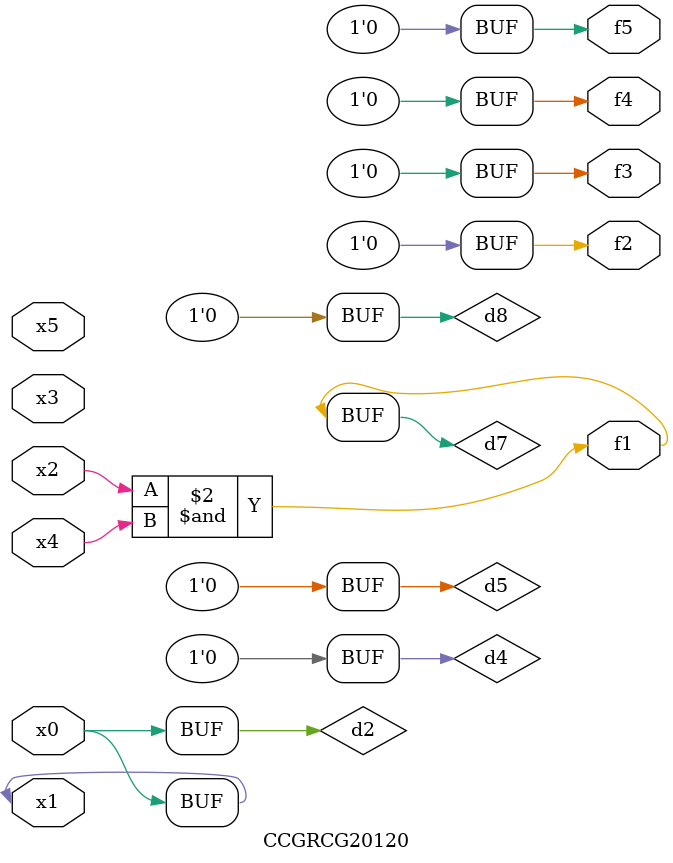
<source format=v>
module CCGRCG20120(
	input x0, x1, x2, x3, x4, x5,
	output f1, f2, f3, f4, f5
);

	wire d1, d2, d3, d4, d5, d6, d7, d8, d9;

	nand (d1, x1);
	buf (d2, x0, x1);
	nand (d3, x2, x4);
	and (d4, d1, d2);
	and (d5, d1, d2);
	nand (d6, d1, d3);
	not (d7, d3);
	xor (d8, d5);
	nor (d9, d5, d6);
	assign f1 = d7;
	assign f2 = d8;
	assign f3 = d8;
	assign f4 = d8;
	assign f5 = d8;
endmodule

</source>
